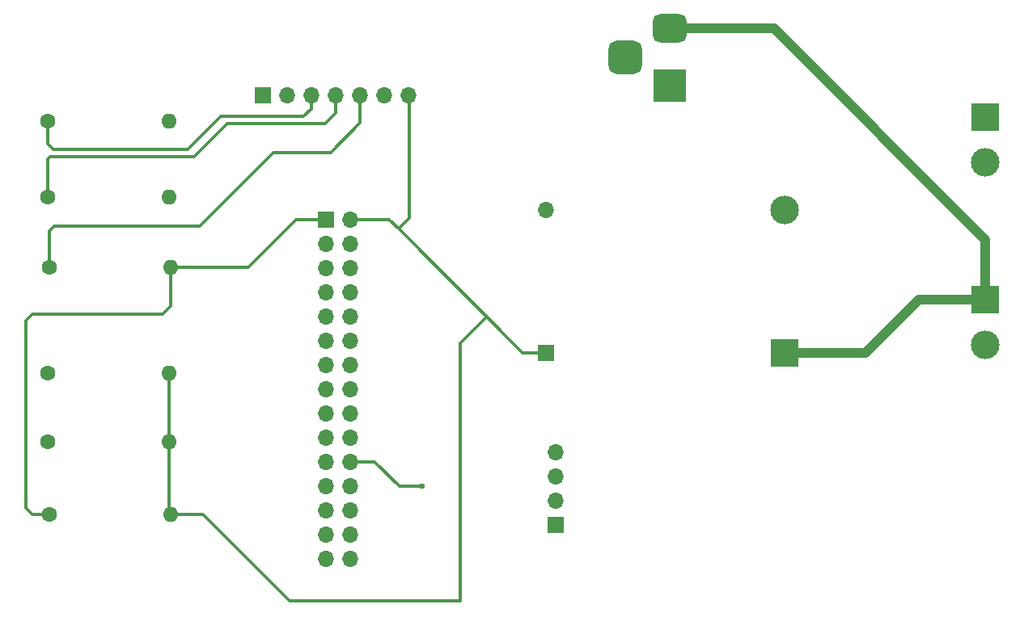
<source format=gbr>
%TF.GenerationSoftware,KiCad,Pcbnew,8.0.2*%
%TF.CreationDate,2024-06-02T23:09:43-04:00*%
%TF.ProjectId,popperPump,706f7070-6572-4507-956d-702e6b696361,1.5*%
%TF.SameCoordinates,Original*%
%TF.FileFunction,Copper,L2,Bot*%
%TF.FilePolarity,Positive*%
%FSLAX46Y46*%
G04 Gerber Fmt 4.6, Leading zero omitted, Abs format (unit mm)*
G04 Created by KiCad (PCBNEW 8.0.2) date 2024-06-02 23:09:43*
%MOMM*%
%LPD*%
G01*
G04 APERTURE LIST*
G04 Aperture macros list*
%AMRoundRect*
0 Rectangle with rounded corners*
0 $1 Rounding radius*
0 $2 $3 $4 $5 $6 $7 $8 $9 X,Y pos of 4 corners*
0 Add a 4 corners polygon primitive as box body*
4,1,4,$2,$3,$4,$5,$6,$7,$8,$9,$2,$3,0*
0 Add four circle primitives for the rounded corners*
1,1,$1+$1,$2,$3*
1,1,$1+$1,$4,$5*
1,1,$1+$1,$6,$7*
1,1,$1+$1,$8,$9*
0 Add four rect primitives between the rounded corners*
20,1,$1+$1,$2,$3,$4,$5,0*
20,1,$1+$1,$4,$5,$6,$7,0*
20,1,$1+$1,$6,$7,$8,$9,0*
20,1,$1+$1,$8,$9,$2,$3,0*%
G04 Aperture macros list end*
%TA.AperFunction,ComponentPad*%
%ADD10R,3.500000X3.500000*%
%TD*%
%TA.AperFunction,ComponentPad*%
%ADD11RoundRect,0.750000X-1.000000X0.750000X-1.000000X-0.750000X1.000000X-0.750000X1.000000X0.750000X0*%
%TD*%
%TA.AperFunction,ComponentPad*%
%ADD12RoundRect,0.875000X-0.875000X0.875000X-0.875000X-0.875000X0.875000X-0.875000X0.875000X0.875000X0*%
%TD*%
%TA.AperFunction,ComponentPad*%
%ADD13C,1.600000*%
%TD*%
%TA.AperFunction,ComponentPad*%
%ADD14O,1.600000X1.600000*%
%TD*%
%TA.AperFunction,ComponentPad*%
%ADD15R,1.700000X1.700000*%
%TD*%
%TA.AperFunction,ComponentPad*%
%ADD16O,1.700000X1.700000*%
%TD*%
%TA.AperFunction,ComponentPad*%
%ADD17R,3.000000X3.000000*%
%TD*%
%TA.AperFunction,ComponentPad*%
%ADD18O,3.000000X3.000000*%
%TD*%
%TA.AperFunction,ViaPad*%
%ADD19C,0.600000*%
%TD*%
%TA.AperFunction,Conductor*%
%ADD20C,0.300000*%
%TD*%
%TA.AperFunction,Conductor*%
%ADD21C,1.000000*%
%TD*%
%TA.AperFunction,Conductor*%
%ADD22C,0.200000*%
%TD*%
G04 APERTURE END LIST*
D10*
%TO.P,12VIN,1*%
%TO.N,VCC*%
X165707500Y-71000000D03*
D11*
%TO.P,12VIN,2*%
%TO.N,GND*%
X165707500Y-65000000D03*
D12*
%TO.P,12VIN,3*%
%TO.N,N/C*%
X161007500Y-68000000D03*
%TD*%
D13*
%TO.P,ButDPullDown1,1*%
%TO.N,Net-(AdafruitRF315MhzMomentary1-Pin_5)*%
X100752400Y-90015680D03*
D14*
%TO.P,ButDPullDown1,2*%
%TO.N,Net-(M5StackHeader1-Pin_1)*%
X113452400Y-90015680D03*
%TD*%
D13*
%TO.P,ButDNeutral1,1*%
%TO.N,Net-(M5StackHeader1-Pin_1)*%
X100727000Y-115949080D03*
D14*
%TO.P,ButDNeutral1,2*%
%TO.N,GND*%
X113427000Y-115949080D03*
%TD*%
D13*
%TO.P,ButBNeutral1,1*%
%TO.N,Net-(M5StackHeader1-Pin_9)*%
X100600000Y-108354480D03*
D14*
%TO.P,ButBNeutral1,2*%
%TO.N,GND*%
X113300000Y-108354480D03*
%TD*%
D13*
%TO.P,ButBPullDown1,1*%
%TO.N,Net-(AdafruitRF315MhzMomentary1-Pin_3)*%
X100600000Y-74699480D03*
D14*
%TO.P,ButBPullDown1,2*%
%TO.N,Net-(M5StackHeader1-Pin_9)*%
X113300000Y-74699480D03*
%TD*%
D15*
%TO.P,M5StackHeader1,1,Pin_1*%
%TO.N,Net-(M5StackHeader1-Pin_1)*%
X129750000Y-85000000D03*
D16*
%TO.P,M5StackHeader1,2,Pin_2*%
%TO.N,GND*%
X132290000Y-85000000D03*
%TO.P,M5StackHeader1,3,Pin_3*%
%TO.N,unconnected-(M5StackHeader1-Pin_3-Pad3)*%
X129750000Y-87540000D03*
%TO.P,M5StackHeader1,4,Pin_4*%
%TO.N,unconnected-(M5StackHeader1-Pin_4-Pad4)*%
X132290000Y-87540000D03*
%TO.P,M5StackHeader1,5,Pin_5*%
%TO.N,unconnected-(M5StackHeader1-Pin_5-Pad5)*%
X129750000Y-90080000D03*
%TO.P,M5StackHeader1,6,Pin_6*%
%TO.N,unconnected-(M5StackHeader1-Pin_6-Pad6)*%
X132290000Y-90080000D03*
%TO.P,M5StackHeader1,7,Pin_7*%
%TO.N,unconnected-(M5StackHeader1-Pin_7-Pad7)*%
X129750000Y-92620000D03*
%TO.P,M5StackHeader1,8,Pin_8*%
%TO.N,unconnected-(M5StackHeader1-Pin_8-Pad8)*%
X132290000Y-92620000D03*
%TO.P,M5StackHeader1,9,Pin_9*%
%TO.N,Net-(M5StackHeader1-Pin_9)*%
X129750000Y-95160000D03*
%TO.P,M5StackHeader1,10,Pin_10*%
%TO.N,unconnected-(M5StackHeader1-Pin_10-Pad10)*%
X132290000Y-95160000D03*
%TO.P,M5StackHeader1,11,Pin_11*%
%TO.N,Net-(M5StackHeader1-Pin_11)*%
X129750000Y-97700000D03*
%TO.P,M5StackHeader1,12,Pin_12*%
%TO.N,unconnected-(M5StackHeader1-Pin_12-Pad12)*%
X132290000Y-97700000D03*
%TO.P,M5StackHeader1,13,Pin_13*%
%TO.N,unconnected-(M5StackHeader1-Pin_13-Pad13)*%
X129750000Y-100240000D03*
%TO.P,M5StackHeader1,14,Pin_14*%
%TO.N,unconnected-(M5StackHeader1-Pin_14-Pad14)*%
X132290000Y-100240000D03*
%TO.P,M5StackHeader1,15,Pin_15*%
%TO.N,unconnected-(M5StackHeader1-Pin_15-Pad15)*%
X129750000Y-102780000D03*
%TO.P,M5StackHeader1,16,Pin_16*%
%TO.N,unconnected-(M5StackHeader1-Pin_16-Pad16)*%
X132290000Y-102780000D03*
%TO.P,M5StackHeader1,17,Pin_17*%
%TO.N,unconnected-(M5StackHeader1-Pin_17-Pad17)*%
X129750000Y-105320000D03*
%TO.P,M5StackHeader1,18,Pin_18*%
%TO.N,unconnected-(M5StackHeader1-Pin_18-Pad18)*%
X132290000Y-105320000D03*
%TO.P,M5StackHeader1,19,Pin_19*%
%TO.N,unconnected-(M5StackHeader1-Pin_19-Pad19)*%
X129750000Y-107860000D03*
%TO.P,M5StackHeader1,20,Pin_20*%
%TO.N,unconnected-(M5StackHeader1-Pin_20-Pad20)*%
X132290000Y-107860000D03*
%TO.P,M5StackHeader1,21,Pin_21*%
%TO.N,Net-(DRV8871-Pin_4)*%
X129750000Y-110400000D03*
%TO.P,M5StackHeader1,22,Pin_22*%
%TO.N,Net-(DRV8871-Pin_3)*%
X132290000Y-110400000D03*
%TO.P,M5StackHeader1,23,Pin_23*%
%TO.N,unconnected-(M5StackHeader1-Pin_23-Pad23)*%
X129750000Y-112940000D03*
%TO.P,M5StackHeader1,24,Pin_24*%
%TO.N,unconnected-(M5StackHeader1-Pin_24-Pad24)*%
X132290000Y-112940000D03*
%TO.P,M5StackHeader1,25,Pin_25*%
%TO.N,unconnected-(M5StackHeader1-Pin_25-Pad25)*%
X129750000Y-115480000D03*
%TO.P,M5StackHeader1,26,Pin_26*%
%TO.N,unconnected-(M5StackHeader1-Pin_26-Pad26)*%
X132290000Y-115480000D03*
%TO.P,M5StackHeader1,27,Pin_27*%
%TO.N,VCC*%
X129750000Y-118020000D03*
%TO.P,M5StackHeader1,28,Pin_28*%
%TO.N,unconnected-(M5StackHeader1-Pin_28-Pad28)*%
X132290000Y-118020000D03*
%TO.P,M5StackHeader1,29,Pin_29*%
%TO.N,unconnected-(M5StackHeader1-Pin_29-Pad29)*%
X129750000Y-120560000D03*
%TO.P,M5StackHeader1,30,Pin_30*%
%TO.N,unconnected-(M5StackHeader1-Pin_30-Pad30)*%
X132290000Y-120560000D03*
%TD*%
D15*
%TO.P,5v Output,1,Pin_1*%
%TO.N,GND*%
X152750000Y-99000000D03*
D16*
%TO.P,5v Output,2,Pin_2*%
%TO.N,VCC*%
X152750000Y-84000000D03*
%TD*%
D15*
%TO.P,DRV8871,1,Pin_1*%
%TO.N,unconnected-(DRV8871-Pin_1-Pad1)*%
X153750000Y-117080000D03*
D16*
%TO.P,DRV8871,2,Pin_2*%
%TO.N,unconnected-(DRV8871-Pin_2-Pad2)*%
X153750000Y-114540000D03*
%TO.P,DRV8871,3,Pin_3*%
%TO.N,Net-(DRV8871-Pin_3)*%
X153750000Y-112000000D03*
%TO.P,DRV8871,4,Pin_4*%
%TO.N,Net-(DRV8871-Pin_4)*%
X153750000Y-109460000D03*
%TD*%
D17*
%TO.P,PowerSwitch,1,A*%
%TO.N,VCC*%
X198750000Y-74270000D03*
D18*
%TO.P,PowerSwitch,2,B*%
X198750000Y-79000000D03*
%TD*%
D13*
%TO.P,ButCNeutral1,1*%
%TO.N,Net-(M5StackHeader1-Pin_11)*%
X100600000Y-101090080D03*
D14*
%TO.P,ButCNeutral1,2*%
%TO.N,GND*%
X113300000Y-101090080D03*
%TD*%
D15*
%TO.P,AdafruitRF,1,Pin_1*%
%TO.N,unconnected-(AdafruitRF315MhzMomentary1-Pin_1-Pad1)*%
X123125000Y-72000000D03*
D16*
%TO.P,AdafruitRF,2,Pin_2*%
%TO.N,unconnected-(AdafruitRF315MhzMomentary1-Pin_2-Pad2)*%
X125665000Y-72000000D03*
%TO.P,AdafruitRF,3,Pin_3*%
%TO.N,Net-(AdafruitRF315MhzMomentary1-Pin_3)*%
X128205000Y-72000000D03*
%TO.P,AdafruitRF,4,Pin_4*%
%TO.N,Net-(AdafruitRF315MhzMomentary1-Pin_4)*%
X130745000Y-72000000D03*
%TO.P,AdafruitRF,5,Pin_5*%
%TO.N,Net-(AdafruitRF315MhzMomentary1-Pin_5)*%
X133285000Y-72000000D03*
%TO.P,AdafruitRF,6,Pin_6*%
%TO.N,VCC*%
X135825000Y-72000000D03*
%TO.P,AdafruitRF,7,Pin_7*%
%TO.N,GND*%
X138365000Y-72000000D03*
%TD*%
D13*
%TO.P,ButCPullDown1,1*%
%TO.N,Net-(AdafruitRF315MhzMomentary1-Pin_4)*%
X100600000Y-82699480D03*
D14*
%TO.P,ButCPullDown1,2*%
%TO.N,Net-(M5StackHeader1-Pin_11)*%
X113300000Y-82699480D03*
%TD*%
D17*
%TO.P,DRV1,1,Pin_1*%
%TO.N,GND*%
X198750000Y-93460000D03*
D18*
%TO.P,DRV1,2,Pin_2*%
%TO.N,Net-(BuckConverter1-Pin_2)*%
X198750000Y-98190000D03*
%TD*%
D17*
%TO.P,12v Input,1,Pin_1*%
%TO.N,GND*%
X177750000Y-99000000D03*
D18*
%TO.P,12v Input,2,Pin_2*%
%TO.N,VCC*%
X177750000Y-84000000D03*
%TD*%
D19*
%TO.N,Net-(DRV8871-Pin_3)*%
X139800000Y-113000000D03*
%TD*%
D20*
%TO.N,Net-(AdafruitRF315MhzMomentary1-Pin_5)*%
X100752400Y-86247600D02*
X101300000Y-85700000D01*
X100752400Y-90015680D02*
X100752400Y-86247600D01*
X124198080Y-78000000D02*
X130200000Y-78000000D01*
X133285000Y-74915000D02*
X133285000Y-72000000D01*
X101300000Y-85700000D02*
X116498080Y-85700000D01*
X116498080Y-85700000D02*
X124198080Y-78000000D01*
X130200000Y-78000000D02*
X133285000Y-74915000D01*
%TO.N,Net-(AdafruitRF315MhzMomentary1-Pin_3)*%
X118710200Y-74216880D02*
X127383120Y-74216880D01*
X100600000Y-74699480D02*
X100600000Y-77100000D01*
X127383120Y-74216880D02*
X128205000Y-73395000D01*
X101199480Y-77699480D02*
X115227600Y-77699480D01*
X128205000Y-73395000D02*
X128205000Y-72000000D01*
X115227600Y-77699480D02*
X118710200Y-74216880D01*
X100600000Y-77100000D02*
X101199480Y-77699480D01*
%TO.N,Net-(AdafruitRF315MhzMomentary1-Pin_4)*%
X119374880Y-75000000D02*
X115941600Y-78433280D01*
X130745000Y-73855000D02*
X129600000Y-75000000D01*
X115941600Y-78433280D02*
X100866720Y-78433280D01*
X130745000Y-72000000D02*
X130745000Y-73855000D01*
X129600000Y-75000000D02*
X119374880Y-75000000D01*
X100866720Y-78433280D02*
X100600000Y-78700000D01*
X100600000Y-78700000D02*
X100600000Y-82699480D01*
%TO.N,GND*%
X132290000Y-85000000D02*
X136300000Y-85000000D01*
X138400000Y-84900000D02*
X138400000Y-72035000D01*
D21*
X198750000Y-87150000D02*
X198750000Y-93460000D01*
D20*
X137300000Y-86000000D02*
X138400000Y-84900000D01*
D21*
X177750000Y-99000000D02*
X186200000Y-99000000D01*
D20*
X136300000Y-85000000D02*
X137300000Y-86000000D01*
X143750000Y-98000000D02*
X143750000Y-125000000D01*
D21*
X176600000Y-65000000D02*
X198750000Y-87150000D01*
D20*
X125900000Y-125000000D02*
X116849080Y-115949080D01*
X150300000Y-99000000D02*
X137300000Y-86000000D01*
D21*
X186200000Y-99000000D02*
X191740000Y-93460000D01*
D20*
X146525000Y-95225000D02*
X143750000Y-98000000D01*
D22*
X113300000Y-115822080D02*
X113427000Y-115949080D01*
X152750000Y-99000000D02*
X152750000Y-98450000D01*
D20*
X150300000Y-99000000D02*
X152750000Y-99000000D01*
X113300000Y-108354480D02*
X113300000Y-115822080D01*
X143750000Y-125000000D02*
X125900000Y-125000000D01*
X138400000Y-72035000D02*
X138365000Y-72000000D01*
D21*
X191740000Y-93460000D02*
X198750000Y-93460000D01*
D20*
X113300000Y-101090080D02*
X113300000Y-108354480D01*
X116849080Y-115949080D02*
X113427000Y-115949080D01*
D21*
X165707500Y-65000000D02*
X176600000Y-65000000D01*
D20*
%TO.N,Net-(M5StackHeader1-Pin_1)*%
X98300000Y-95600000D02*
X98300000Y-115300000D01*
X99000000Y-94900000D02*
X98300000Y-95600000D01*
X126600000Y-85000000D02*
X129750000Y-85000000D01*
X113452400Y-94054280D02*
X112606680Y-94900000D01*
X98300000Y-115300000D02*
X98949080Y-115949080D01*
X121584320Y-90015680D02*
X126600000Y-85000000D01*
X113452400Y-90015680D02*
X113452400Y-94054280D01*
X113452400Y-90015680D02*
X121584320Y-90015680D01*
X112606680Y-94900000D02*
X99000000Y-94900000D01*
X98949080Y-115949080D02*
X100727000Y-115949080D01*
%TO.N,Net-(DRV8871-Pin_3)*%
X134800000Y-110400000D02*
X137400000Y-113000000D01*
X132290000Y-110400000D02*
X134800000Y-110400000D01*
X137400000Y-113000000D02*
X139800000Y-113000000D01*
%TD*%
M02*

</source>
